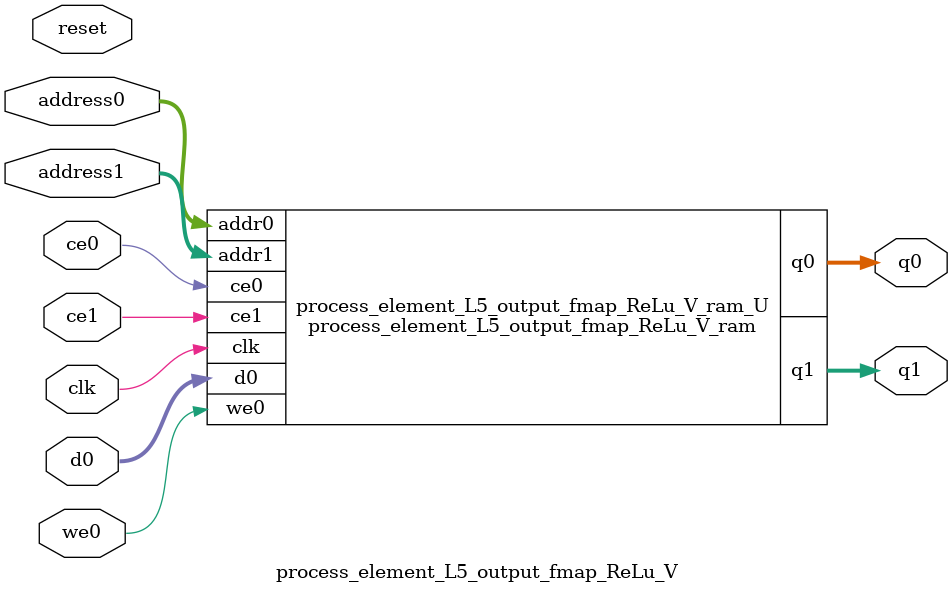
<source format=v>
`timescale 1 ns / 1 ps
module process_element_L5_output_fmap_ReLu_V_ram (addr0, ce0, d0, we0, q0, addr1, ce1, q1,  clk);

parameter DWIDTH = 15;
parameter AWIDTH = 6;
parameter MEM_SIZE = 64;

input[AWIDTH-1:0] addr0;
input ce0;
input[DWIDTH-1:0] d0;
input we0;
output reg[DWIDTH-1:0] q0;
input[AWIDTH-1:0] addr1;
input ce1;
output reg[DWIDTH-1:0] q1;
input clk;

(* ram_style = "distributed" *)reg [DWIDTH-1:0] ram[0:MEM_SIZE-1];




always @(posedge clk)  
begin 
    if (ce0) begin
        if (we0) 
            ram[addr0] <= d0; 
        q0 <= ram[addr0];
    end
end


always @(posedge clk)  
begin 
    if (ce1) begin
        q1 <= ram[addr1];
    end
end


endmodule

`timescale 1 ns / 1 ps
module process_element_L5_output_fmap_ReLu_V(
    reset,
    clk,
    address0,
    ce0,
    we0,
    d0,
    q0,
    address1,
    ce1,
    q1);

parameter DataWidth = 32'd15;
parameter AddressRange = 32'd64;
parameter AddressWidth = 32'd6;
input reset;
input clk;
input[AddressWidth - 1:0] address0;
input ce0;
input we0;
input[DataWidth - 1:0] d0;
output[DataWidth - 1:0] q0;
input[AddressWidth - 1:0] address1;
input ce1;
output[DataWidth - 1:0] q1;



process_element_L5_output_fmap_ReLu_V_ram process_element_L5_output_fmap_ReLu_V_ram_U(
    .clk( clk ),
    .addr0( address0 ),
    .ce0( ce0 ),
    .we0( we0 ),
    .d0( d0 ),
    .q0( q0 ),
    .addr1( address1 ),
    .ce1( ce1 ),
    .q1( q1 ));

endmodule


</source>
